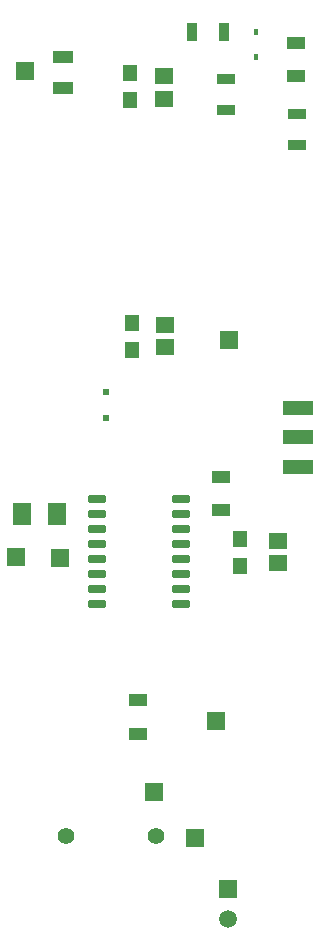
<source format=gbr>
%TF.GenerationSoftware,Altium Limited,Altium Designer,19.0.15 (446)*%
G04 Layer_Color=255*
%FSLAX42Y42*%
%MOMM*%
%TF.FileFunction,Pads,Bot*%
%TF.Part,Single*%
G01*
G75*
%TA.AperFunction,SMDPad,CuDef*%
%ADD10R,1.55X0.90*%
%ADD11R,1.60X0.90*%
%ADD12R,1.70X1.10*%
%ADD14R,0.90X1.60*%
%ADD19R,0.45X0.59*%
%TA.AperFunction,ComponentPad*%
%ADD24R,1.50X1.50*%
%ADD25C,1.40*%
%ADD26R,1.50X1.50*%
%ADD27C,1.50*%
%TA.AperFunction,ConnectorPad*%
%ADD30R,2.50X1.20*%
%TA.AperFunction,SMDPad,CuDef*%
%ADD31R,1.65X1.10*%
%ADD32R,1.50X1.40*%
%ADD33R,1.15X1.45*%
%ADD34R,0.60X0.60*%
G04:AMPARAMS|DCode=35|XSize=0.6mm|YSize=1.45mm|CornerRadius=0.05mm|HoleSize=0mm|Usage=FLASHONLY|Rotation=270.000|XOffset=0mm|YOffset=0mm|HoleType=Round|Shape=RoundedRectangle|*
%AMROUNDEDRECTD35*
21,1,0.60,1.35,0,0,270.0*
21,1,0.50,1.45,0,0,270.0*
1,1,0.10,-0.67,-0.25*
1,1,0.10,-0.67,0.25*
1,1,0.10,0.67,0.25*
1,1,0.10,0.67,-0.25*
%
%ADD35ROUNDEDRECTD35*%
%ADD36R,1.55X1.90*%
D10*
X6000Y11425D02*
D03*
Y11160D02*
D03*
D11*
X6600Y10860D02*
D03*
Y11130D02*
D03*
D12*
X4617Y11343D02*
D03*
Y11612D02*
D03*
D14*
X5980Y11822D02*
D03*
X5710D02*
D03*
D19*
X6250Y11612D02*
D03*
Y11823D02*
D03*
D24*
X4300Y11492D02*
D03*
X5917Y5985D02*
D03*
X4595Y7365D02*
D03*
X6022Y9215D02*
D03*
X4225Y7378D02*
D03*
X5735Y4997D02*
D03*
X5388Y5390D02*
D03*
D25*
X5407Y5010D02*
D03*
X4645D02*
D03*
D26*
X6015Y4569D02*
D03*
D27*
Y4315D02*
D03*
D30*
X6610Y8640D02*
D03*
Y8390D02*
D03*
Y8140D02*
D03*
D31*
X5953Y8055D02*
D03*
Y7770D02*
D03*
X6593Y11445D02*
D03*
Y11730D02*
D03*
X5255Y6162D02*
D03*
Y5878D02*
D03*
D32*
X5470Y11445D02*
D03*
Y11255D02*
D03*
X5485Y9340D02*
D03*
Y9150D02*
D03*
X6443Y7512D02*
D03*
Y7322D02*
D03*
D33*
X5185Y11245D02*
D03*
Y11475D02*
D03*
X5200Y9125D02*
D03*
Y9355D02*
D03*
X6115Y7297D02*
D03*
Y7528D02*
D03*
D34*
X4983Y8550D02*
D03*
Y8770D02*
D03*
D35*
X5615Y7865D02*
D03*
Y7739D02*
D03*
Y7611D02*
D03*
Y7485D02*
D03*
Y7357D02*
D03*
Y7231D02*
D03*
Y7104D02*
D03*
Y6976D02*
D03*
X4910Y7865D02*
D03*
Y7739D02*
D03*
Y7611D02*
D03*
Y7485D02*
D03*
Y7357D02*
D03*
Y7231D02*
D03*
Y7104D02*
D03*
Y6976D02*
D03*
D36*
X4565Y7740D02*
D03*
X4270D02*
D03*
%TF.MD5,d1bd54d1b1ff4816861cb1fabc439c34*%
M02*

</source>
